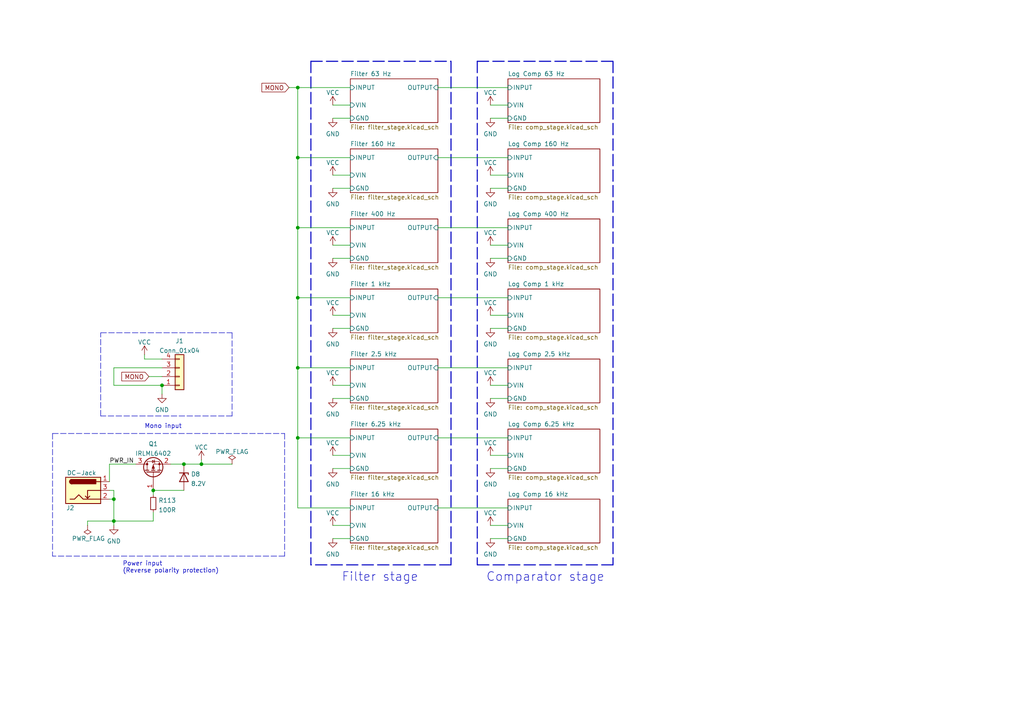
<source format=kicad_sch>
(kicad_sch (version 20211123) (generator eeschema)
  (paper "A4")
  (lib_symbols
    (symbol "Connector:Barrel_Jack_Switch" (pin_names hide)
      (property "Reference" "J" (at 0 5.334 0))
      (property "Value" "Barrel_Jack_Switch" (at 0 -5.08 0))
      (symbol "Barrel_Jack_Switch_0_1"
        (rectangle (start -5.08 3.81) (end 5.08 -3.81) (stroke (width 0.254)) (fill (type background)))
        (arc (start -3.302 3.175) (mid -3.937 2.54) (end -3.302 1.905) (stroke (width 0.254)))
        (arc (start -3.302 3.175) (mid -3.937 2.54) (end -3.302 1.905) (stroke (width 0.254)) (fill (type outline)))
        (polyline (pts (xy 1.27 -2.286) (xy 1.905 -1.651)) (stroke (width 0.254)))
        (polyline (pts (xy 5.08 2.54) (xy 3.81 2.54)) (stroke (width 0.254)))
        (polyline (pts (xy 5.08 0) (xy 1.27 0) (xy 1.27 -2.286) (xy 0.635 -1.651)) (stroke (width 0.254)))
        (polyline (pts (xy -3.81 -2.54) (xy -2.54 -2.54) (xy -1.27 -1.27) (xy 0 -2.54) (xy 2.54 -2.54) (xy 5.08 -2.54)) (stroke (width 0.254)))
        (rectangle (start 3.683 3.175) (end -3.302 1.905) (stroke (width 0.254)) (fill (type outline)))
      )
      (symbol "Barrel_Jack_Switch_1_1"
        (pin passive line (at 7.62 2.54 180) (length 2.54) (name "~") (number "1"))
        (pin passive line (at 7.62 -2.54 180) (length 2.54) (name "~") (number "2"))
        (pin passive line (at 7.62 0 180) (length 2.54) (name "~") (number "3"))
      )
    )
    (symbol "Connector_Generic:Conn_01x04" (pin_names (offset 1.016) hide)
      (property "Reference" "J" (at 0 5.08 0))
      (property "Value" "Conn_01x04" (at 0 -7.62 0))
      (symbol "Conn_01x04_1_1"
        (rectangle (start -1.27 -4.953) (end 0 -5.207) (stroke (width 0.1524)))
        (rectangle (start -1.27 -2.413) (end 0 -2.667) (stroke (width 0.1524)))
        (rectangle (start -1.27 0.127) (end 0 -0.127) (stroke (width 0.1524)))
        (rectangle (start -1.27 2.667) (end 0 2.413) (stroke (width 0.1524)))
        (rectangle (start -1.27 3.81) (end 1.27 -6.35) (stroke (width 0.254)) (fill (type background)))
        (pin passive line (at -5.08 2.54 0) (length 3.81) (name "Pin_1") (number "1"))
        (pin passive line (at -5.08 0 0) (length 3.81) (name "Pin_2") (number "2"))
        (pin passive line (at -5.08 -2.54 0) (length 3.81) (name "Pin_3") (number "3"))
        (pin passive line (at -5.08 -5.08 0) (length 3.81) (name "Pin_4") (number "4"))
      )
    )
    (symbol "Device:D_Zener" (pin_numbers hide) (pin_names (offset 1.016) hide)
      (property "Reference" "D" (at 0 2.54 0))
      (property "Value" "D_Zener" (at 0 -2.54 0))
      (symbol "D_Zener_0_1"
        (polyline (pts (xy 1.27 0) (xy -1.27 0)))
        (polyline (pts (xy -1.27 -1.27) (xy -1.27 1.27) (xy -0.762 1.27)) (stroke (width 0.254)))
        (polyline (pts (xy 1.27 -1.27) (xy 1.27 1.27) (xy -1.27 0) (xy 1.27 -1.27)) (stroke (width 0.254)))
      )
      (symbol "D_Zener_1_1"
        (pin passive line (at -3.81 0 0) (length 2.54) (name "K") (number "1"))
        (pin passive line (at 3.81 0 180) (length 2.54) (name "A") (number "2"))
      )
    )
    (symbol "Device:R_Small" (pin_numbers hide) (pin_names (offset 0.254) hide)
      (property "Reference" "R" (at 0.762 0.508 0))
      (property "Value" "R_Small" (at 0.762 -1.016 0))
      (symbol "R_Small_0_1"
        (rectangle (start -0.762 1.778) (end 0.762 -1.778) (stroke (width 0.2032)))
      )
      (symbol "R_Small_1_1"
        (pin passive line (at 0 2.54 270) (length 0.762) (name "~") (number "1"))
        (pin passive line (at 0 -2.54 90) (length 0.762) (name "~") (number "2"))
      )
    )
    (symbol "Transistor_FET:IRLML6402" (pin_names hide)
      (property "Reference" "Q" (at 5.08 1.905 0))
      (property "Value" "IRLML6402" (at 5.08 0 0))
      (symbol "IRLML6402_0_1"
        (polyline (pts (xy 0.254 0) (xy -2.54 0)))
        (polyline (pts (xy 0.254 1.905) (xy 0.254 -1.905)) (stroke (width 0.254)))
        (polyline (pts (xy 0.762 -1.27) (xy 0.762 -2.286)) (stroke (width 0.254)))
        (polyline (pts (xy 0.762 0.508) (xy 0.762 -0.508)) (stroke (width 0.254)))
        (polyline (pts (xy 0.762 2.286) (xy 0.762 1.27)) (stroke (width 0.254)))
        (polyline (pts (xy 2.54 2.54) (xy 2.54 1.778)))
        (polyline (pts (xy 2.54 -2.54) (xy 2.54 0) (xy 0.762 0)))
        (polyline (pts (xy 0.762 1.778) (xy 3.302 1.778) (xy 3.302 -1.778) (xy 0.762 -1.778)))
        (polyline (pts (xy 2.286 0) (xy 1.27 0.381) (xy 1.27 -0.381) (xy 2.286 0)) (fill (type outline)))
        (polyline (pts (xy 2.794 -0.508) (xy 2.921 -0.381) (xy 3.683 -0.381) (xy 3.81 -0.254)))
        (polyline (pts (xy 3.302 -0.381) (xy 2.921 0.254) (xy 3.683 0.254) (xy 3.302 -0.381)))
        (circle (center 1.651 0) (radius 2.794) (stroke (width 0.254)))
        (circle (center 2.54 -1.778) (radius 0.254) (fill (type outline)))
        (circle (center 2.54 1.778) (radius 0.254) (fill (type outline)))
      )
      (symbol "IRLML6402_1_1"
        (pin input line (at -5.08 0 0) (length 2.54) (name "G") (number "1"))
        (pin passive line (at 2.54 -5.08 90) (length 2.54) (name "S") (number "2"))
        (pin passive line (at 2.54 5.08 270) (length 2.54) (name "D") (number "3"))
      )
    )
    (symbol "power:GND" (power) (pin_names (offset 0))
      (property "Value" "GND" (at 0 -3.81 0))
      (symbol "GND_0_1"
        (polyline (pts (xy 0 0) (xy 0 -1.27) (xy 1.27 -1.27) (xy 0 -2.54) (xy -1.27 -1.27) (xy 0 -1.27)))
      )
      (symbol "GND_1_1"
        (pin power_in line (at 0 0 270) (length 0) hide (name "GND") (number "1"))
      )
    )
    (symbol "power:PWR_FLAG" (power) (pin_numbers hide) (pin_names (offset 0) hide)
      (property "Value" "PWR_FLAG" (at 0 3.81 0))
      (symbol "PWR_FLAG_0_0"
        (pin power_out line (at 0 0 90) (length 0) (name "pwr") (number "1"))
      )
      (symbol "PWR_FLAG_0_1"
        (polyline (pts (xy 0 0) (xy 0 1.27) (xy -1.016 1.905) (xy 0 2.54) (xy 1.016 1.905) (xy 0 1.27)))
      )
    )
    (symbol "power:VCC" (power) (pin_names (offset 0))
      (property "Value" "VCC" (at 0 3.81 0))
      (symbol "VCC_0_1"
        (polyline (pts (xy -0.762 1.27) (xy 0 2.54)))
        (polyline (pts (xy 0 0) (xy 0 2.54)))
        (polyline (pts (xy 0 2.54) (xy 0.762 1.27)))
      )
      (symbol "VCC_1_1"
        (pin power_in line (at 0 0 90) (length 0) hide (name "VCC") (number "1"))
      )
    )
  )
  (junction (at 53.34 134.62))
  (junction (at 33.02 151.13))
  (junction (at 86.36 45.72))
  (junction (at 86.36 66.04))
  (junction (at 86.36 106.68))
  (junction (at 44.45 142.24))
  (junction (at 33.02 144.78))
  (junction (at 86.36 25.4))
  (junction (at 58.42 134.62))
  (junction (at 86.36 86.36))
  (junction (at 86.36 127))
  (junction (at 46.99 111.76))
  (polyline (pts (xy 82.55 125.73) (xy 82.55 161.29)))
  (wire (pts (xy 142.24 34.29) (xy 147.32 34.29)))
  (wire (pts (xy 142.24 95.25) (xy 147.32 95.25)))
  (wire (pts (xy 127 147.32) (xy 147.32 147.32)))
  (wire (pts (xy 86.36 45.72) (xy 86.36 66.04)))
  (wire (pts (xy 44.45 151.13) (xy 44.45 148.59)))
  (wire (pts (xy 96.52 54.61) (xy 101.6 54.61)))
  (polyline (pts (xy 82.55 161.29) (xy 15.24 161.29)))
  (wire (pts (xy 96.52 111.76) (xy 101.6 111.76)))
  (polyline (pts (xy 90.17 17.78) (xy 130.81 17.78)) (stroke (width 0.3)))
  (wire (pts (xy 53.34 142.24) (xy 44.45 142.24)))
  (wire (pts (xy 142.24 132.08) (xy 147.32 132.08)))
  (wire (pts (xy 142.24 152.4) (xy 147.32 152.4)))
  (wire (pts (xy 142.24 54.61) (xy 147.32 54.61)))
  (wire (pts (xy 96.52 135.89) (xy 101.6 135.89)))
  (wire (pts (xy 86.36 66.04) (xy 86.36 86.36)))
  (wire (pts (xy 127 127) (xy 147.32 127)))
  (wire (pts (xy 86.36 127) (xy 86.36 147.32)))
  (polyline (pts (xy 138.43 17.78) (xy 138.43 163.83)) (stroke (width 0.3)))
  (wire (pts (xy 96.52 132.08) (xy 101.6 132.08)))
  (wire (pts (xy 96.52 74.93) (xy 101.6 74.93)))
  (wire (pts (xy 86.36 86.36) (xy 86.36 106.68)))
  (wire (pts (xy 96.52 34.29) (xy 101.6 34.29)))
  (wire (pts (xy 142.24 71.12) (xy 147.32 71.12)))
  (polyline (pts (xy 130.81 163.83) (xy 90.17 163.83)) (stroke (width 0.3)))
  (wire (pts (xy 86.36 25.4) (xy 101.6 25.4)))
  (wire (pts (xy 41.91 102.87) (xy 41.91 104.14)))
  (wire (pts (xy 33.02 142.24) (xy 33.02 144.78)))
  (polyline (pts (xy 177.8 17.78) (xy 177.8 163.83)) (stroke (width 0.3)))
  (polyline (pts (xy 138.43 17.78) (xy 177.8 17.78)) (stroke (width 0.3)))
  (wire (pts (xy 86.36 106.68) (xy 101.6 106.68)))
  (polyline (pts (xy 67.31 96.52) (xy 67.31 120.65)))
  (wire (pts (xy 31.75 142.24) (xy 33.02 142.24)))
  (wire (pts (xy 67.31 134.62) (xy 58.42 134.62)))
  (wire (pts (xy 31.75 134.62) (xy 31.75 139.7)))
  (polyline (pts (xy 29.21 96.52) (xy 67.31 96.52)))
  (wire (pts (xy 127 66.04) (xy 147.32 66.04)))
  (wire (pts (xy 86.36 127) (xy 101.6 127)))
  (wire (pts (xy 142.24 74.93) (xy 147.32 74.93)))
  (wire (pts (xy 86.36 147.32) (xy 101.6 147.32)))
  (wire (pts (xy 86.36 66.04) (xy 101.6 66.04)))
  (wire (pts (xy 142.24 115.57) (xy 147.32 115.57)))
  (polyline (pts (xy 177.8 163.83) (xy 138.43 163.83)) (stroke (width 0.3)))
  (wire (pts (xy 127 25.4) (xy 147.32 25.4)))
  (polyline (pts (xy 15.24 125.73) (xy 15.24 161.29)))
  (wire (pts (xy 86.36 45.72) (xy 86.36 25.4)))
  (wire (pts (xy 96.52 91.44) (xy 101.6 91.44)))
  (wire (pts (xy 96.52 152.4) (xy 101.6 152.4)))
  (wire (pts (xy 53.34 134.62) (xy 58.42 134.62)))
  (wire (pts (xy 142.24 135.89) (xy 147.32 135.89)))
  (wire (pts (xy 33.02 152.4) (xy 33.02 151.13)))
  (wire (pts (xy 41.91 104.14) (xy 46.99 104.14)))
  (wire (pts (xy 96.52 115.57) (xy 101.6 115.57)))
  (wire (pts (xy 96.52 50.8) (xy 101.6 50.8)))
  (wire (pts (xy 44.45 143.51) (xy 44.45 142.24)))
  (wire (pts (xy 142.24 111.76) (xy 147.32 111.76)))
  (polyline (pts (xy 90.17 17.78) (xy 90.17 163.83)) (stroke (width 0.3)))
  (wire (pts (xy 58.42 133.35) (xy 58.42 134.62)))
  (wire (pts (xy 25.4 151.13) (xy 33.02 151.13)))
  (wire (pts (xy 33.02 144.78) (xy 31.75 144.78)))
  (wire (pts (xy 142.24 156.21) (xy 147.32 156.21)))
  (wire (pts (xy 96.52 156.21) (xy 101.6 156.21)))
  (wire (pts (xy 96.52 95.25) (xy 101.6 95.25)))
  (wire (pts (xy 33.02 144.78) (xy 33.02 151.13)))
  (wire (pts (xy 142.24 91.44) (xy 147.32 91.44)))
  (wire (pts (xy 25.4 152.4) (xy 25.4 151.13)))
  (polyline (pts (xy 67.31 120.65) (xy 29.21 120.65)))
  (wire (pts (xy 96.52 71.12) (xy 101.6 71.12)))
  (wire (pts (xy 46.99 111.76) (xy 46.99 114.3)))
  (wire (pts (xy 46.99 106.68) (xy 33.02 106.68)))
  (wire (pts (xy 33.02 106.68) (xy 33.02 111.76)))
  (wire (pts (xy 127 106.68) (xy 147.32 106.68)))
  (wire (pts (xy 83.82 25.4) (xy 86.36 25.4)))
  (wire (pts (xy 86.36 86.36) (xy 101.6 86.36)))
  (wire (pts (xy 33.02 111.76) (xy 46.99 111.76)))
  (wire (pts (xy 39.37 134.62) (xy 31.75 134.62)))
  (polyline (pts (xy 130.81 17.78) (xy 130.81 163.83)) (stroke (width 0.3)))
  (wire (pts (xy 127 45.72) (xy 147.32 45.72)))
  (wire (pts (xy 96.52 30.48) (xy 101.6 30.48)))
  (wire (pts (xy 142.24 50.8) (xy 147.32 50.8)))
  (polyline (pts (xy 15.24 125.73) (xy 82.55 125.73)))
  (wire (pts (xy 86.36 106.68) (xy 86.36 127)))
  (wire (pts (xy 49.53 134.62) (xy 53.34 134.62)))
  (wire (pts (xy 33.02 151.13) (xy 44.45 151.13)))
  (wire (pts (xy 142.24 30.48) (xy 147.32 30.48)))
  (wire (pts (xy 43.18 109.22) (xy 46.99 109.22)))
  (polyline (pts (xy 29.21 120.65) (xy 29.21 96.52)))
  (wire (pts (xy 101.6 45.72) (xy 86.36 45.72)))
  (wire (pts (xy 127 86.36) (xy 147.32 86.36)))
  (text "Mono input" (at 41.91 124.46 0) (effects (font (size 1.27 1.27)) (justify left bottom)))
  (text "Filter stage" (at 99.06 168.91 0) (effects (font (size 2.54 2.54)) (justify left bottom)))
  (text "Comparator stage" (at 140.97 168.91 0) (effects (font (size 2.54 2.54)) (justify left bottom)))
  (text "Power input\n(Reverse polarity protection)" (at 35.56 166.37 0) (effects (font (size 1.27 1.27)) (justify left bottom)))
  (label "PWR_IN" (at 31.75 134.62 0))
  (global_label "MONO" (shape input) (at 83.82 25.4 180) (property "Intersheet References" "${INTERSHEET_REFS}" (effects hide)))
  (global_label "MONO" (shape input) (at 43.18 109.22 180) (property "Intersheet References" "${INTERSHEET_REFS}" (effects hide)))
  (symbol (lib_id "power:VCC") (at 142.24 111.76 0) (unit 1)
    (property "Reference" "#PWR0126" (effects hide))
    (property "Value" "VCC" (at 142.24 108.1555 0))
  )
  (symbol (lib_id "power:VCC") (at 142.24 71.12 0) (unit 1)
    (property "Reference" "#PWR0120" (effects hide))
    (property "Value" "VCC" (at 142.24 67.5155 0))
  )
  (symbol (lib_id "power:VCC") (at 142.24 30.48 0) (unit 1)
    (property "Reference" "#PWR0114" (effects hide))
    (property "Value" "VCC" (at 142.24 26.8755 0))
  )
  (symbol (lib_id "power:VCC") (at 96.52 152.4 0) (unit 1)
    (property "Reference" "#PWR0103" (effects hide))
    (property "Value" "VCC" (at 96.52 148.7955 0))
  )
  (symbol (lib_id "power:GND") (at 142.24 34.29 0) (unit 1)
    (property "Reference" "#PWR0115" (effects hide))
    (property "Value" "GND" (at 142.24 38.8525 0))
  )
  (symbol (lib_id "power:VCC") (at 96.52 111.76 0) (unit 1)
    (property "Reference" "#PWR0121" (effects hide))
    (property "Value" "VCC" (at 96.52 108.1555 0))
  )
  (symbol (lib_id "power:GND") (at 142.24 156.21 0) (unit 1)
    (property "Reference" "#PWR0104" (effects hide))
    (property "Value" "GND" (at 142.24 160.7725 0))
  )
  (symbol (lib_id "power:VCC") (at 96.52 30.48 0) (unit 1)
    (property "Reference" "#PWR0112" (effects hide))
    (property "Value" "VCC" (at 96.52 26.8755 0))
  )
  (symbol (lib_id "Device:R_Small") (at 44.45 146.05 0) (unit 1)
    (property "Reference" "R113" (at 45.9486 145.1415 0) (effects (justify left)))
    (property "Value" "100R" (at 45.9486 147.9166 0) (effects (justify left)))
    (property "Footprint" "Resistor_SMD:R_0603_1608Metric" (effects hide))
  )
  (symbol (lib_id "power:VCC") (at 96.52 91.44 0) (unit 1)
    (property "Reference" "#PWR0134" (effects hide))
    (property "Value" "VCC" (at 96.52 87.8355 0))
  )
  (symbol (lib_id "power:VCC") (at 142.24 132.08 0) (unit 1)
    (property "Reference" "#PWR0107" (effects hide))
    (property "Value" "VCC" (at 142.24 128.4755 0))
  )
  (symbol (lib_id "power:GND") (at 96.52 115.57 0) (unit 1)
    (property "Reference" "#PWR0123" (effects hide))
    (property "Value" "GND" (at 96.52 120.1325 0))
  )
  (symbol (lib_id "power:GND") (at 142.24 135.89 0) (unit 1)
    (property "Reference" "#PWR0105" (effects hide))
    (property "Value" "GND" (at 142.24 140.4525 0))
  )
  (symbol (lib_id "power:GND") (at 96.52 34.29 0) (unit 1)
    (property "Reference" "#PWR0111" (effects hide))
    (property "Value" "GND" (at 96.52 38.8525 0))
  )
  (symbol (lib_id "power:GND") (at 46.99 114.3 0) (unit 1)
    (property "Reference" "#PWR0133" (effects hide))
    (property "Value" "GND" (at 46.99 118.8625 0))
  )
  (symbol (lib_id "power:VCC") (at 41.91 102.87 0) (unit 1)
    (property "Reference" "#PWR0132" (effects hide))
    (property "Value" "VCC" (at 41.91 99.2655 0))
  )
  (symbol (lib_id "Device:D_Zener") (at 53.34 138.43 270) (unit 1)
    (property "Reference" "D8" (at 55.372 137.5215 90) (effects (justify left)))
    (property "Value" "8.2V" (at 55.372 140.2966 90) (effects (justify left)))
    (property "Footprint" "Diode_SMD:D_SOD-123" (effects hide))
  )
  (symbol (lib_id "power:GND") (at 142.24 95.25 0) (unit 1)
    (property "Reference" "#PWR0129" (effects hide))
    (property "Value" "GND" (at 142.24 99.8125 0))
  )
  (symbol (lib_id "Connector:Barrel_Jack_Switch") (at 24.13 142.24 0) (unit 1)
    (property "Reference" "J2" (at 21.59 147.32 0) (effects (justify right)))
    (property "Value" "DC-Jack" (at 27.94 137.16 0) (effects (justify right)))
    (property "Footprint" "Connector_BarrelJack:BarrelJack_Horizontal" (effects hide))
  )
  (symbol (lib_id "power:VCC") (at 96.52 71.12 0) (unit 1)
    (property "Reference" "#PWR0119" (effects hide))
    (property "Value" "VCC" (at 96.52 67.5155 0))
  )
  (symbol (lib_id "power:GND") (at 142.24 54.61 0) (unit 1)
    (property "Reference" "#PWR0116" (effects hide))
    (property "Value" "GND" (at 142.24 59.1725 0))
  )
  (symbol (lib_id "power:GND") (at 96.52 54.61 0) (unit 1)
    (property "Reference" "#PWR0117" (effects hide))
    (property "Value" "GND" (at 96.52 59.1725 0))
  )
  (symbol (lib_id "Connector_Generic:Conn_01x04") (at 52.07 109.22 0) (mirror x) (unit 1)
    (property "Reference" "J1" (at 52.07 98.9035 0))
    (property "Value" "Conn_01x04" (at 52.07 101.6786 0))
    (property "Footprint" "Connector_JST:JST_EH_S4B-EH_1x04_P2.50mm_Horizontal" (effects hide))
  )
  (symbol (lib_id "power:GND") (at 96.52 135.89 0) (unit 1)
    (property "Reference" "#PWR0101" (effects hide))
    (property "Value" "GND" (at 96.52 140.4525 0))
  )
  (symbol (lib_id "power:VCC") (at 142.24 91.44 0) (unit 1)
    (property "Reference" "#PWR0128" (effects hide))
    (property "Value" "VCC" (at 142.24 87.8355 0))
  )
  (symbol (lib_id "power:VCC") (at 96.52 50.8 0) (unit 1)
    (property "Reference" "#PWR0118" (effects hide))
    (property "Value" "VCC" (at 96.52 47.1955 0))
  )
  (symbol (lib_id "power:VCC") (at 142.24 152.4 0) (unit 1)
    (property "Reference" "#PWR0102" (effects hide))
    (property "Value" "VCC" (at 142.24 148.7955 0))
  )
  (symbol (lib_id "power:PWR_FLAG") (at 25.4 152.4 0) (mirror x) (unit 1)
    (property "Reference" "#FLG0101" (effects hide))
    (property "Value" "PWR_FLAG" (at 30.48 156.21 0) (effects (justify right)))
  )
  (symbol (lib_id "power:VCC") (at 96.52 132.08 0) (unit 1)
    (property "Reference" "#PWR0122" (effects hide))
    (property "Value" "VCC" (at 96.52 128.4755 0))
  )
  (symbol (lib_id "power:PWR_FLAG") (at 67.31 134.62 0) (mirror y) (unit 1)
    (property "Reference" "#FLG0102" (effects hide))
    (property "Value" "PWR_FLAG" (at 67.31 131.0155 0))
  )
  (symbol (lib_id "power:GND") (at 142.24 74.93 0) (unit 1)
    (property "Reference" "#PWR0127" (effects hide))
    (property "Value" "GND" (at 142.24 79.4925 0))
  )
  (symbol (lib_id "power:VCC") (at 58.42 133.35 0) (mirror y) (unit 1)
    (property "Reference" "#PWR0125" (effects hide))
    (property "Value" "VCC" (at 58.42 129.7455 0))
  )
  (symbol (lib_id "power:VCC") (at 142.24 50.8 0) (unit 1)
    (property "Reference" "#PWR0113" (effects hide))
    (property "Value" "VCC" (at 142.24 47.1955 0))
  )
  (symbol (lib_id "power:GND") (at 33.02 152.4 0) (mirror y) (unit 1)
    (property "Reference" "#PWR0124" (effects hide))
    (property "Value" "GND" (at 33.02 156.9625 0))
  )
  (symbol (lib_id "power:GND") (at 96.52 95.25 0) (unit 1)
    (property "Reference" "#PWR0131" (effects hide))
    (property "Value" "GND" (at 96.52 99.8125 0))
  )
  (symbol (lib_id "power:GND") (at 142.24 115.57 0) (unit 1)
    (property "Reference" "#PWR0108" (effects hide))
    (property "Value" "GND" (at 142.24 120.1325 0))
  )
  (symbol (lib_id "power:GND") (at 96.52 74.93 0) (unit 1)
    (property "Reference" "#PWR0135" (effects hide))
    (property "Value" "GND" (at 96.52 79.4925 0))
  )
  (symbol (lib_id "Transistor_FET:IRLML6402") (at 44.45 137.16 90) (unit 1)
    (property "Reference" "Q1" (at 44.45 128.7485 90))
    (property "Value" "IRLML6402" (at 44.45 131.5236 90))
    (property "Footprint" "Package_TO_SOT_SMD:SOT-23" (effects hide))
    (property "Datasheet" "https://www.infineon.com/dgdl/irlml6402pbf.pdf?fileId=5546d462533600a401535668d5c2263c" (effects hide))
  )
  (symbol (lib_id "power:GND") (at 96.52 156.21 0) (unit 1)
    (property "Reference" "#PWR0106" (effects hide))
    (property "Value" "GND" (at 96.52 160.7725 0))
  )
  (sheet (at 101.6 22.86) (size 25.4 12.7) (stroke (width 0.1524))
    (property "Sheet name" "Filter 63 Hz" (at 101.6 22.1484 0) (effects (justify left bottom)))
    (property "Sheet file" "filter_stage.kicad_sch" (at 101.6 36.1446 0) (effects (justify left top)))
    (pin "INPUT" input (at 101.6 25.4 180))
    (pin "GND" input (at 101.6 34.29 180))
    (pin "VIN" input (at 101.6 30.48 180))
    (pin "OUTPUT" input (at 127 25.4 0))
  )
  (sheet (at 101.6 43.18) (size 25.4 12.7) (stroke (width 0.1524))
    (property "Sheet name" "Filter 160 Hz" (at 101.6 42.4684 0) (effects (justify left bottom)))
    (property "Sheet file" "filter_stage.kicad_sch" (at 101.6 56.4646 0) (effects (justify left top)))
    (pin "INPUT" input (at 101.6 45.72 180))
    (pin "GND" input (at 101.6 54.61 180))
    (pin "VIN" input (at 101.6 50.8 180))
    (pin "OUTPUT" input (at 127 45.72 0))
  )
  (sheet (at 101.6 83.82) (size 25.4 12.7) (stroke (width 0.1524))
    (property "Sheet name" "Filter 1 kHz" (at 101.6 83.1084 0) (effects (justify left bottom)))
    (property "Sheet file" "filter_stage.kicad_sch" (at 101.6 97.1046 0) (effects (justify left top)))
    (pin "INPUT" input (at 101.6 86.36 180))
    (pin "GND" input (at 101.6 95.25 180))
    (pin "VIN" input (at 101.6 91.44 180))
    (pin "OUTPUT" input (at 127 86.36 0))
  )
  (sheet (at 147.32 83.82) (size 26.67 12.7) (stroke (width 0.1524))
    (property "Sheet name" "Log Comp 1 kHz" (at 147.32 83.1084 0) (effects (justify left bottom)))
    (property "Sheet file" "comp_stage.kicad_sch" (at 147.32 97.1046 0) (effects (justify left top)))
    (pin "VIN" input (at 147.32 91.44 180))
    (pin "GND" input (at 147.32 95.25 180))
    (pin "INPUT" input (at 147.32 86.36 180))
  )
  (sheet (at 101.6 104.14) (size 25.4 12.7) (stroke (width 0.1524))
    (property "Sheet name" "Filter 2.5 kHz" (at 101.6 103.4284 0) (effects (justify left bottom)))
    (property "Sheet file" "filter_stage.kicad_sch" (at 101.6 117.4246 0) (effects (justify left top)))
    (pin "INPUT" input (at 101.6 106.68 180))
    (pin "GND" input (at 101.6 115.57 180))
    (pin "VIN" input (at 101.6 111.76 180))
    (pin "OUTPUT" input (at 127 106.68 0))
  )
  (sheet (at 147.32 104.14) (size 26.67 12.7) (stroke (width 0.1524))
    (property "Sheet name" "Log Comp 2.5 kHz" (at 147.32 103.4284 0) (effects (justify left bottom)))
    (property "Sheet file" "comp_stage.kicad_sch" (at 147.32 117.4246 0) (effects (justify left top)))
    (pin "VIN" input (at 147.32 111.76 180))
    (pin "GND" input (at 147.32 115.57 180))
    (pin "INPUT" input (at 147.32 106.68 180))
  )
  (sheet (at 147.32 43.18) (size 26.67 12.7) (stroke (width 0.1524))
    (property "Sheet name" "Log Comp 160 Hz" (at 147.32 42.4684 0) (effects (justify left bottom)))
    (property "Sheet file" "comp_stage.kicad_sch" (at 147.32 56.4646 0) (effects (justify left top)))
    (pin "VIN" input (at 147.32 50.8 180))
    (pin "GND" input (at 147.32 54.61 180))
    (pin "INPUT" input (at 147.32 45.72 180))
  )
  (sheet (at 147.32 63.5) (size 26.67 12.7) (stroke (width 0.1524))
    (property "Sheet name" "Log Comp 400 Hz" (at 147.32 62.7884 0) (effects (justify left bottom)))
    (property "Sheet file" "comp_stage.kicad_sch" (at 147.32 76.7846 0) (effects (justify left top)))
    (pin "VIN" input (at 147.32 71.12 180))
    (pin "GND" input (at 147.32 74.93 180))
    (pin "INPUT" input (at 147.32 66.04 180))
  )
  (sheet (at 147.32 144.78) (size 26.67 12.7) (stroke (width 0.1524))
    (property "Sheet name" "Log Comp 16 kHz" (at 147.32 144.0684 0) (effects (justify left bottom)))
    (property "Sheet file" "comp_stage.kicad_sch" (at 147.32 158.0646 0) (effects (justify left top)))
    (pin "VIN" input (at 147.32 152.4 180))
    (pin "GND" input (at 147.32 156.21 180))
    (pin "INPUT" input (at 147.32 147.32 180))
  )
  (sheet (at 147.32 124.46) (size 26.67 12.7) (stroke (width 0.1524))
    (property "Sheet name" "Log Comp 6.25 kHz" (at 147.32 123.7484 0) (effects (justify left bottom)))
    (property "Sheet file" "comp_stage.kicad_sch" (at 147.32 137.7446 0) (effects (justify left top)))
    (pin "VIN" input (at 147.32 132.08 180))
    (pin "GND" input (at 147.32 135.89 180))
    (pin "INPUT" input (at 147.32 127 180))
  )
  (sheet (at 101.6 144.78) (size 25.4 12.7) (stroke (width 0.1524))
    (property "Sheet name" "Filter 16 kHz" (at 101.6 144.0684 0) (effects (justify left bottom)))
    (property "Sheet file" "filter_stage.kicad_sch" (at 101.6 158.0646 0) (effects (justify left top)))
    (pin "INPUT" input (at 101.6 147.32 180))
    (pin "GND" input (at 101.6 156.21 180))
    (pin "VIN" input (at 101.6 152.4 180))
    (pin "OUTPUT" input (at 127 147.32 0))
  )
  (sheet (at 101.6 124.46) (size 25.4 12.7) (stroke (width 0.1524))
    (property "Sheet name" "Filter 6.25 kHz" (at 101.6 123.7484 0) (effects (justify left bottom)))
    (property "Sheet file" "filter_stage.kicad_sch" (at 101.6 137.7446 0) (effects (justify left top)))
    (pin "INPUT" input (at 101.6 127 180))
    (pin "GND" input (at 101.6 135.89 180))
    (pin "VIN" input (at 101.6 132.08 180))
    (pin "OUTPUT" input (at 127 127 0))
  )
  (sheet (at 101.6 63.5) (size 25.4 12.7) (stroke (width 0.1524))
    (property "Sheet name" "Filter 400 Hz" (at 101.6 62.7884 0) (effects (justify left bottom)))
    (property "Sheet file" "filter_stage.kicad_sch" (at 101.6 76.7846 0) (effects (justify left top)))
    (pin "INPUT" input (at 101.6 66.04 180))
    (pin "GND" input (at 101.6 74.93 180))
    (pin "VIN" input (at 101.6 71.12 180))
    (pin "OUTPUT" input (at 127 66.04 0))
  )
  (sheet (at 147.32 22.86) (size 26.67 12.7) (stroke (width 0.1524))
    (property "Sheet name" "Log Comp 63 Hz" (at 147.32 22.1484 0) (effects (justify left bottom)))
    (property "Sheet file" "comp_stage.kicad_sch" (at 147.32 36.1446 0) (effects (justify left top)))
    (pin "VIN" input (at 147.32 30.48 180))
    (pin "GND" input (at 147.32 34.29 180))
    (pin "INPUT" input (at 147.32 25.4 180))
  )
)
</source>
